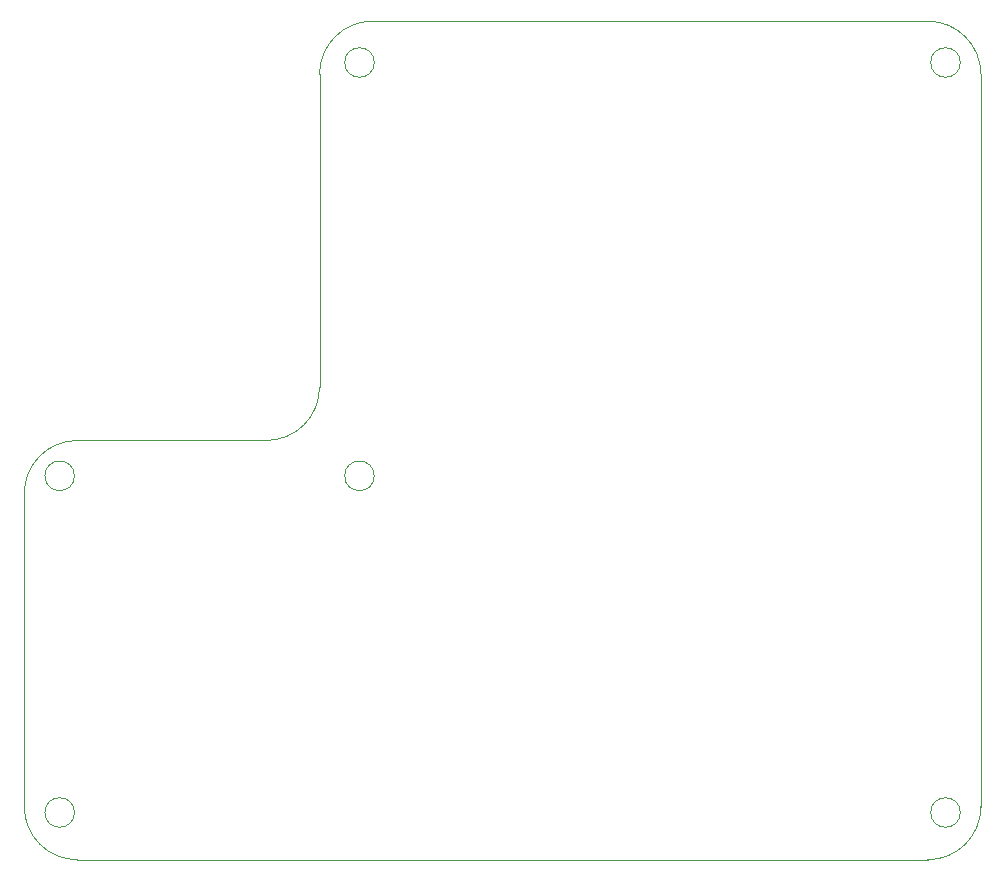
<source format=gbr>
%TF.GenerationSoftware,KiCad,Pcbnew,9.0.6*%
%TF.CreationDate,2025-11-18T20:58:22+00:00*%
%TF.ProjectId,pathfinderKey-Cuts,70617468-6669-46e6-9465-724b65792d43,rev?*%
%TF.SameCoordinates,Original*%
%TF.FileFunction,Profile,NP*%
%FSLAX46Y46*%
G04 Gerber Fmt 4.6, Leading zero omitted, Abs format (unit mm)*
G04 Created by KiCad (PCBNEW 9.0.6) date 2025-11-18 20:58:22*
%MOMM*%
%LPD*%
G01*
G04 APERTURE LIST*
%TA.AperFunction,Profile*%
%ADD10C,0.050000*%
%TD*%
G04 APERTURE END LIST*
D10*
X195500000Y-78000001D02*
G75*
G02*
X199999999Y-82500001I0J-4499999D01*
G01*
X200000000Y-140000000D02*
X200000000Y-143500000D01*
X144000000Y-109000000D02*
G75*
G02*
X139500001Y-113500000I-4500000J0D01*
G01*
X144000000Y-82500000D02*
G75*
G02*
X148499999Y-78000000I4500000J0D01*
G01*
X200000000Y-82500001D02*
X200000000Y-85000000D01*
X195500000Y-78000001D02*
X148500000Y-78000001D01*
X123500000Y-113500000D02*
X139500000Y-113499999D01*
X123500000Y-149000000D02*
G75*
G02*
X119000000Y-144500000I0J4500000D01*
G01*
X148631965Y-81500000D02*
G75*
G02*
X146131965Y-81500000I-1250000J0D01*
G01*
X146131965Y-81500000D02*
G75*
G02*
X148631965Y-81500000I1250000J0D01*
G01*
X148631965Y-116500000D02*
G75*
G02*
X146131965Y-116500000I-1250000J0D01*
G01*
X146131965Y-116500000D02*
G75*
G02*
X148631965Y-116500000I1250000J0D01*
G01*
X123250000Y-116500000D02*
G75*
G02*
X120750000Y-116500000I-1250000J0D01*
G01*
X120750000Y-116500000D02*
G75*
G02*
X123250000Y-116500000I1250000J0D01*
G01*
X123250000Y-145000000D02*
G75*
G02*
X120750000Y-145000000I-1250000J0D01*
G01*
X120750000Y-145000000D02*
G75*
G02*
X123250000Y-145000000I1250000J0D01*
G01*
X200000000Y-143500000D02*
X200000000Y-144500000D01*
X119000000Y-118000000D02*
G75*
G02*
X123500000Y-113500000I4500000J0D01*
G01*
X200000000Y-144500000D02*
G75*
G02*
X195500000Y-149000000I-4500000J0D01*
G01*
X123500000Y-149000000D02*
X195500000Y-149000000D01*
X198250000Y-81500000D02*
G75*
G02*
X195750000Y-81500000I-1250000J0D01*
G01*
X195750000Y-81500000D02*
G75*
G02*
X198250000Y-81500000I1250000J0D01*
G01*
X119000000Y-144500000D02*
X119000000Y-118000000D01*
X144000000Y-109000001D02*
X144000000Y-82500000D01*
X198250000Y-145000000D02*
G75*
G02*
X195750000Y-145000000I-1250000J0D01*
G01*
X195750000Y-145000000D02*
G75*
G02*
X198250000Y-145000000I1250000J0D01*
G01*
X200000000Y-140000000D02*
X200000000Y-85000000D01*
M02*

</source>
